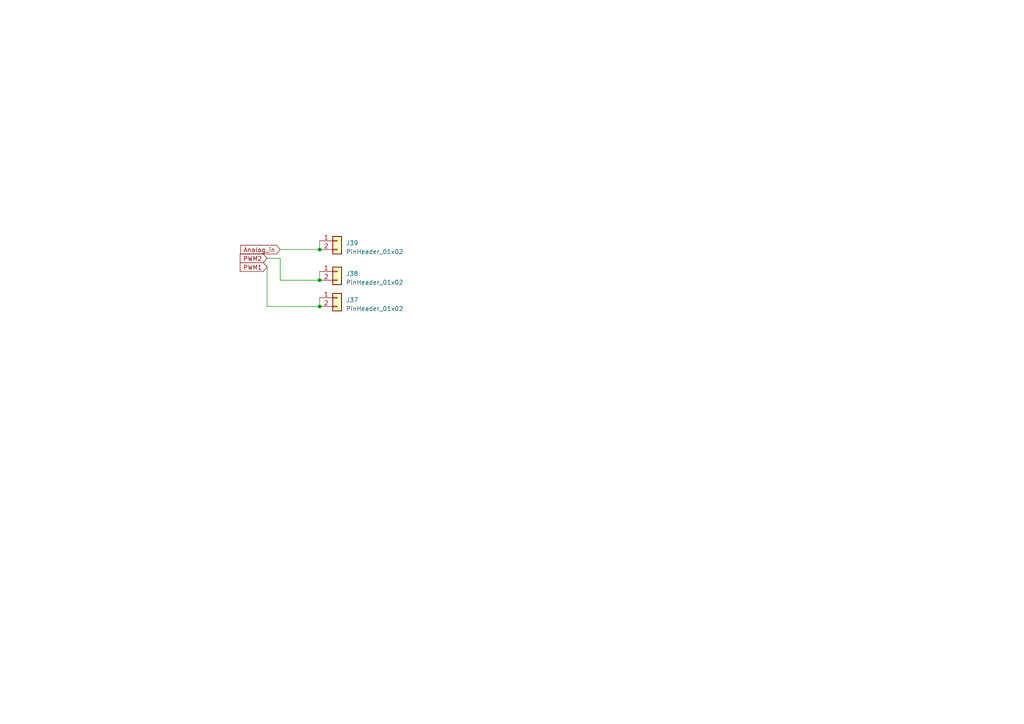
<source format=kicad_sch>
(kicad_sch (version 20230121) (generator eeschema)
  (paper "A4")
  (lib_symbols
    (symbol "MLC:PinHeader_01x02" (pin_names (offset 1.016) hide)
      (property "Reference" "J" (at 0 2.54 0))
      (property "Value" "PinHeader_01x02" (at 0 -5.08 0))
      (symbol "PinHeader_01x02_1_1"
        (rectangle (start -1.27 -2.413) (end 0 -2.667) (stroke (width 0.1524)))
        (rectangle (start -1.27 0.127) (end 0 -0.127) (stroke (width 0.1524)))
        (rectangle (start -1.27 1.27) (end 1.27 -3.81) (stroke (width 0.254)) (fill (type background)))
        (pin passive line (at -5.08 0 0) (length 3.81) (name "Pin_1") (number "1"))
        (pin passive line (at -5.08 -2.54 0) (length 3.81) (name "Pin_2") (number "2"))
      )
    )
  )
  (junction (at 92.71 88.9))
  (junction (at 92.71 81.28))
  (junction (at 92.71 72.39))
  (wire (pts (xy 92.71 81.28) (xy 92.71 78.74)))
  (wire (pts (xy 77.47 88.9) (xy 92.71 88.9)))
  (wire (pts (xy 81.28 74.93) (xy 81.28 81.28)))
  (wire (pts (xy 77.47 77.47) (xy 77.47 88.9)))
  (wire (pts (xy 92.71 86.36) (xy 92.71 88.9)))
  (wire (pts (xy 77.47 74.93) (xy 81.28 74.93)))
  (wire (pts (xy 81.28 72.39) (xy 92.71 72.39)))
  (wire (pts (xy 92.71 69.85) (xy 92.71 72.39)))
  (wire (pts (xy 81.28 81.28) (xy 92.71 81.28)))
  (global_label "Analog_in" (shape input) (at 81.28 72.39 180) (property "Intersheetrefs" "${INTERSHEET_REFS}" (effects hide)))
  (global_label "PWM1" (shape input) (at 77.47 77.47 180) (property "Intersheetrefs" "${INTERSHEET_REFS}" (effects hide)))
  (global_label "PWM2" (shape input) (at 77.47 74.93 180) (property "Intersheetrefs" "${INTERSHEET_REFS}" (effects hide)))
  (symbol (lib_id "MLC:PinHeader_01x02") (at 97.79 69.85 0) (unit 1)
    (property "Reference" "J39" (at 100.33 70.485 0) (effects (justify left)))
    (property "Value" "PinHeader_01x02" (at 100.33 73.025 0) (effects (justify left)))
    (property "Footprint" "Connector_PinHeader_2.54mm:PinHeader_1x02_P2.54mm_Vertical" (effects hide))
    (property "MLC" "MLCEL12237901" (effects hide))
  )
  (symbol (lib_id "MLC:PinHeader_01x02") (at 97.79 86.36 0) (unit 1)
    (property "Reference" "J37" (at 100.33 86.995 0) (effects (justify left)))
    (property "Value" "PinHeader_01x02" (at 100.33 89.535 0) (effects (justify left)))
    (property "Footprint" "Connector_PinHeader_2.54mm:PinHeader_1x02_P2.54mm_Vertical" (effects hide))
    (property "MLC" "MLCEL12237901" (effects hide))
  )
  (symbol (lib_id "MLC:PinHeader_01x02") (at 97.79 78.74 0) (unit 1)
    (property "Reference" "J38" (at 100.33 79.375 0) (effects (justify left)))
    (property "Value" "PinHeader_01x02" (at 100.33 81.915 0) (effects (justify left)))
    (property "Footprint" "Connector_PinHeader_2.54mm:PinHeader_1x02_P2.54mm_Vertical" (effects hide))
    (property "MLC" "MLCEL12237901" (effects hide))
  )
)
</source>
